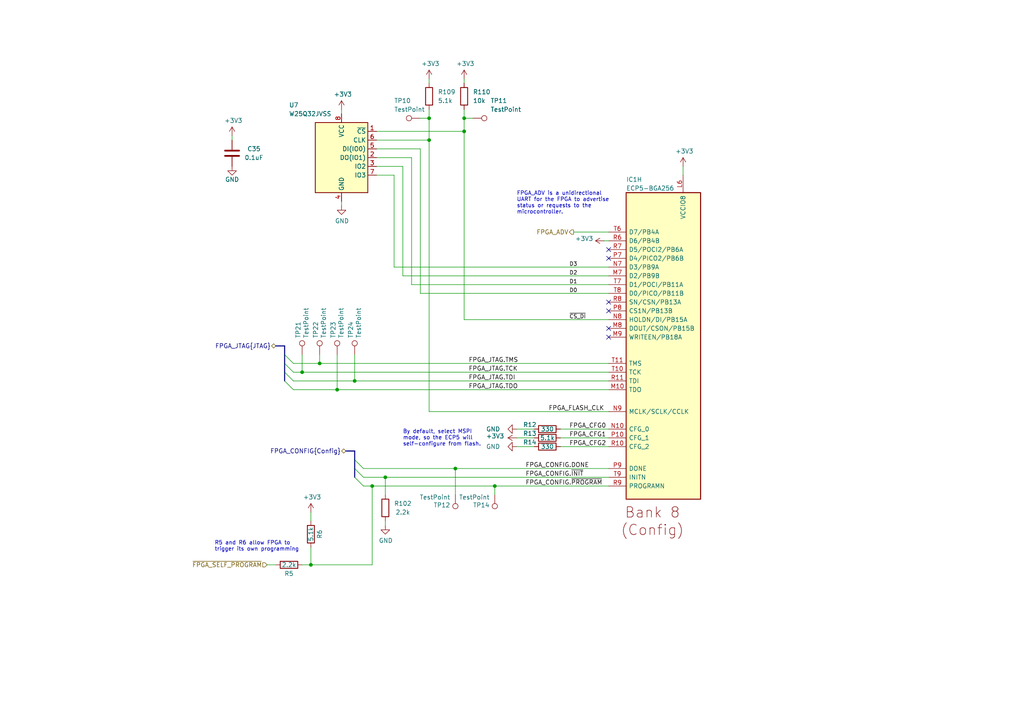
<source format=kicad_sch>
(kicad_sch (version 20230121) (generator eeschema)
  (paper "A4")
  (title_block (title "Cynthion") (date "${DATE}") (rev "${VERSION}") (company "Copyright 2019-2023 Great Scott Gadgets") (comment 1 "Licensed under the CERN-OHL-P v2"))
  (lib_symbols
    (symbol "Connector:TestPoint" (pin_numbers hide) (pin_names (offset 0.762) hide)
      (property "Reference" "TP" (at 0 6.858 0))
      (property "Value" "TestPoint" (at 0 5.08 0))
      (symbol "TestPoint_0_1"
        (circle (center 0 3.302) (radius 0.762))
      )
      (symbol "TestPoint_1_1"
        (pin passive line (at 0 0 90) (length 2.54) (name "1") (number "1"))
      )
    )
    (symbol "Device:C" (pin_numbers hide) (pin_names (offset 0.254))
      (property "Reference" "C" (at 0.635 2.54 0))
      (property "Value" "C" (at 0.635 -2.54 0))
      (symbol "C_0_1"
        (polyline (pts (xy -2.032 -0.762) (xy 2.032 -0.762)) (stroke (width 0.508)))
        (polyline (pts (xy -2.032 0.762) (xy 2.032 0.762)) (stroke (width 0.508)))
      )
      (symbol "C_1_1"
        (pin passive line (at 0 3.81 270) (length 2.794) (name "~") (number "1"))
        (pin passive line (at 0 -3.81 90) (length 2.794) (name "~") (number "2"))
      )
    )
    (symbol "Device:R" (pin_numbers hide) (pin_names (offset 0))
      (property "Reference" "R" (at 2.032 0 90))
      (property "Value" "R" (at 0 0 90))
      (symbol "R_0_1"
        (rectangle (start -1.016 -2.54) (end 1.016 2.54) (stroke (width 0.254)))
      )
      (symbol "R_1_1"
        (pin passive line (at 0 3.81 270) (length 1.27) (name "~") (number "1"))
        (pin passive line (at 0 -3.81 90) (length 1.27) (name "~") (number "2"))
      )
    )
    (symbol "Memory_Flash:W25Q32JVSS"
      (property "Reference" "U" (at -6.35 11.43 0))
      (property "Value" "W25Q32JVSS" (at 7.62 11.43 0))
      (symbol "W25Q32JVSS_0_1"
        (rectangle (start -7.62 10.16) (end 7.62 -10.16) (stroke (width 0.254)) (fill (type background)))
      )
      (symbol "W25Q32JVSS_1_1"
        (pin input line (at -10.16 7.62 0) (length 2.54) (name "~{CS}") (number "1"))
        (pin bidirectional line (at -10.16 0 0) (length 2.54) (name "DO(IO1)") (number "2"))
        (pin bidirectional line (at -10.16 -2.54 0) (length 2.54) (name "IO2") (number "3"))
        (pin power_in line (at 0 -12.7 90) (length 2.54) (name "GND") (number "4"))
        (pin bidirectional line (at -10.16 2.54 0) (length 2.54) (name "DI(IO0)") (number "5"))
        (pin input line (at -10.16 5.08 0) (length 2.54) (name "CLK") (number "6"))
        (pin bidirectional line (at -10.16 -5.08 0) (length 2.54) (name "IO3") (number "7"))
        (pin power_in line (at 0 12.7 270) (length 2.54) (name "VCC") (number "8"))
      )
    )
    (symbol "fpgas_and_processors:ECP5-BGA256" (pin_names (offset 0.762))
      (property "Reference" "IC" (at -2.54 1.27 0))
      (property "Value" "ECP5-BGA256" (at 10.16 1.27 0))
      (symbol "ECP5-BGA256_1_0"
        (rectangle (start 5.08 0) (end 33.02 -71.12) (stroke (width 0.3048)) (fill (type background)))
      )
      (symbol "ECP5-BGA256_1_1"
        (text "FPGA Supplies" (at 19.05 -76.2 0) (effects (font (size 2.9972 2.9972))))
        (pin power_in line (at 38.1 -2.54 180) (length 5.08) (name "GND_1") (number "A1"))
        (pin power_in line (at 38.1 -5.08 180) (length 5.08) (name "GND_2") (number "A16"))
        (pin power_in line (at 38.1 -10.16 180) (length 5.08) (name "GND_4") (number "D15"))
        (pin power_in line (at 38.1 -7.62 180) (length 5.08) (name "GND_3") (number "D2"))
        (pin power_in line (at 38.1 -12.7 180) (length 5.08) (name "GND_5") (number "F8"))
        (pin power_in line (at 38.1 -15.24 180) (length 5.08) (name "GND_6") (number "F9"))
        (pin power_in line (at 38.1 -20.32 180) (length 5.08) (name "GND_8") (number "G10"))
        (pin power_in line (at 0 -66.04 0) (length 5.08) (name "VCCAUX_1") (number "G11"))
        (pin power_in line (at 0 -2.54 0) (length 5.08) (name "VCC_1") (number "G6"))
        (pin power_in line (at 0 -5.08 0) (length 5.08) (name "VCC_2") (number "G7"))
        (pin power_in line (at 38.1 -17.78 180) (length 5.08) (name "GND_7") (number "G8"))
        (pin power_in line (at 0 -7.62 0) (length 5.08) (name "VCC_3") (number "G9"))
        (pin power_in line (at 38.1 -22.86 180) (length 5.08) (name "GND_9") (number "H1"))
        (pin power_in line (at 38.1 -30.48 180) (length 5.08) (name "GND_12") (number "H10"))
        (pin power_in line (at 38.1 -33.02 180) (length 5.08) (name "GND_13") (number "H16"))
        (pin power_in line (at 38.1 -25.4 180) (length 5.08) (name "GND_10") (number "H8"))
        (pin power_in line (at 38.1 -27.94 180) (length 5.08) (name "GND_11") (number "H9"))
        (pin power_in line (at 38.1 -40.64 180) (length 5.08) (name "GND_16") (number "J10"))
        (pin power_in line (at 38.1 -35.56 180) (length 5.08) (name "GND_14") (number "J8"))
        (pin power_in line (at 38.1 -38.1 180) (length 5.08) (name "GND_15") (number "J9"))
        (pin power_in line (at 38.1 -53.34 180) (length 5.08) (name "GND_21") (number "K10"))
        (pin power_in line (at 38.1 -43.18 180) (length 5.08) (name "GND_17") (number "K6"))
        (pin power_in line (at 38.1 -45.72 180) (length 5.08) (name "GND_18") (number "K7"))
        (pin power_in line (at 38.1 -48.26 180) (length 5.08) (name "GND_19") (number "K8"))
        (pin power_in line (at 38.1 -50.8 180) (length 5.08) (name "GND_20") (number "K9"))
        (pin power_in line (at 0 -15.24 0) (length 5.08) (name "VCC_6") (number "L10"))
        (pin power_in line (at 0 -68.58 0) (length 5.08) (name "VCCAUX_2") (number "L7"))
        (pin power_in line (at 0 -10.16 0) (length 5.08) (name "VCC_4") (number "L8"))
        (pin power_in line (at 0 -12.7 0) (length 5.08) (name "VCC_5") (number "L9"))
        (pin power_in line (at 38.1 -58.42 180) (length 5.08) (name "GND_23") (number "N15"))
        (pin power_in line (at 38.1 -55.88 180) (length 5.08) (name "GND_22") (number "N2"))
        (pin power_in line (at 38.1 -60.96 180) (length 5.08) (name "GND_24") (number "T1"))
        (pin power_in line (at 38.1 -66.04 180) (length 5.08) (name "GND_26") (number "T12"))
        (pin power_in line (at 38.1 -68.58 180) (length 5.08) (name "GND_27") (number "T16"))
        (pin power_in line (at 38.1 -63.5 180) (length 5.08) (name "GND_25") (number "T5"))
      )
      (symbol "ECP5-BGA256_2_1"
        (rectangle (start 0 0) (end 19.05 -74.93) (stroke (width 0.3048)) (fill (type background)))
        (text "Bank 0" (at 10.16 -78.74 0) (effects (font (size 2.9972 2.9972))))
        (pin bidirectional line (at 24.13 -11.43 180) (length 5.08) (name "PT4A") (number "A2"))
        (pin bidirectional line (at 24.13 -16.51 180) (length 5.08) (name "PT6A") (number "A3"))
        (pin bidirectional line (at 24.13 -19.05 180) (length 5.08) (name "PT6B") (number "A4"))
        (pin bidirectional line (at 24.13 -43.18 180) (length 5.08) (name "PT18A") (number "A5"))
        (pin bidirectional line (at 24.13 -45.72 180) (length 5.08) (name "PT18B") (number "A6"))
        (pin bidirectional line (at 24.13 -68.58 180) (length 5.08) (name "PT29A") (number "A7"))
        (pin bidirectional line (at 24.13 -71.12 180) (length 5.08) (name "PT29B") (number "A8"))
        (pin bidirectional line (at 24.13 -13.97 180) (length 5.08) (name "PT4B") (number "B3"))
        (pin bidirectional line (at 24.13 -29.21 180) (length 5.08) (name "PT11B") (number "B4"))
        (pin bidirectional line (at 24.13 -39.37 180) (length 5.08) (name "PT15B") (number "B5"))
        (pin bidirectional line (at 24.13 -55.88 180) (length 5.08) (name "PT22B") (number "B6"))
        (pin bidirectional line (at 24.13 -66.04 180) (length 5.08) (name "PT27B") (number "B7"))
        (pin bidirectional line (at 24.13 -26.67 180) (length 5.08) (name "PT11A") (number "C4"))
        (pin bidirectional line (at 24.13 -36.83 180) (length 5.08) (name "PT15A") (number "C5"))
        (pin bidirectional line (at 24.13 -53.34 180) (length 5.08) (name "PT22A") (number "C6"))
        (pin bidirectional line (at 24.13 -63.5 180) (length 5.08) (name "PT27A") (number "C7"))
        (pin bidirectional line (at 24.13 -24.13 180) (length 5.08) (name "PT9B") (number "D4"))
        (pin bidirectional line (at 24.13 -34.29 180) (length 5.08) (name "PT13B") (number "D5"))
        (pin bidirectional line (at 24.13 -50.8 180) (length 5.08) (name "PT20B") (number "D6"))
        (pin bidirectional line (at 24.13 -60.96 180) (length 5.08) (name "PT24B") (number "D7"))
        (pin bidirectional line (at 24.13 -21.59 180) (length 5.08) (name "PT9A") (number "E4"))
        (pin bidirectional line (at 24.13 -31.75 180) (length 5.08) (name "PT13A") (number "E5"))
        (pin bidirectional line (at 24.13 -48.26 180) (length 5.08) (name "PT20A") (number "E6"))
        (pin bidirectional line (at 24.13 -58.42 180) (length 5.08) (name "PT24A") (number "E7"))
        (pin power_in line (at 7.62 5.08 270) (length 5.08) (name "VCCIO0_1") (number "F6"))
        (pin power_in line (at 5.08 5.08 270) (length 5.08) (name "VCCIO0_2") (number "F7"))
      )
      (symbol "ECP5-BGA256_3_0"
        (rectangle (start 0 0) (end 21.59 -93.98) (stroke (width 0.3048)) (fill (type background)))
      )
      (symbol "ECP5-BGA256_3_1"
        (text "Bank 1" (at 8.89 -96.52 0) (effects (font (size 2.9972 2.9972))))
        (pin bidirectional line (at 26.67 -34.29 180) (length 5.08) (name "PT42B") (number "A10"))
        (pin bidirectional line (at 26.67 -57.15 180) (length 5.08) (name "PT53A") (number "A11"))
        (pin bidirectional line (at 26.67 -59.69 180) (length 5.08) (name "PT53B") (number "A12"))
        (pin bidirectional line (at 26.67 -82.55 180) (length 5.08) (name "PT65A") (number "A13"))
        (pin bidirectional line (at 26.67 -85.09 180) (length 5.08) (name "PT65B") (number "A14"))
        (pin bidirectional line (at 26.67 -90.17 180) (length 5.08) (name "PT67B") (number "A15"))
        (pin bidirectional line (at 26.67 -31.75 180) (length 5.08) (name "PT42A") (number "A9"))
        (pin bidirectional line (at 26.67 -36.83 180) (length 5.08) (name "PT44A") (number "B10"))
        (pin bidirectional line (at 26.67 -46.99 180) (length 5.08) (name "PT49A") (number "B11"))
        (pin bidirectional line (at 26.67 -62.23 180) (length 5.08) (name "PT56A") (number "B12"))
        (pin bidirectional line (at 26.67 -72.39 180) (length 5.08) (name "PT60A") (number "B13"))
        (pin bidirectional line (at 26.67 -87.63 180) (length 5.08) (name "PT67A") (number "B14"))
        (pin bidirectional line (at 26.67 -19.05 180) (length 5.08) (name "PT35B") (number "B8"))
        (pin bidirectional line (at 26.67 -21.59 180) (length 5.08) (name "PT38A") (number "B9"))
        (pin bidirectional line (at 26.67 -39.37 180) (length 5.08) (name "PT44B") (number "C10"))
        (pin bidirectional line (at 26.67 -49.53 180) (length 5.08) (name "PT49B") (number "C11"))
        (pin bidirectional line (at 26.67 -64.77 180) (length 5.08) (name "PT56B") (number "C12"))
        (pin bidirectional line (at 26.67 -74.93 180) (length 5.08) (name "PT60B") (number "C13"))
        (pin bidirectional line (at 26.67 -16.51 180) (length 5.08) (name "PT35A") (number "C8"))
        (pin bidirectional line (at 26.67 -24.13 180) (length 5.08) (name "PT38B") (number "C9"))
        (pin bidirectional line (at 26.67 -41.91 180) (length 5.08) (name "PT47A") (number "D10"))
        (pin bidirectional line (at 26.67 -52.07 180) (length 5.08) (name "PT51A") (number "D11"))
        (pin bidirectional line (at 26.67 -67.31 180) (length 5.08) (name "PT58A") (number "D12"))
        (pin bidirectional line (at 26.67 -77.47 180) (length 5.08) (name "PT62A") (number "D13"))
        (pin bidirectional line (at 26.67 -13.97 180) (length 5.08) (name "PT33B") (number "D8"))
        (pin bidirectional line (at 26.67 -26.67 180) (length 5.08) (name "PT40A") (number "D9"))
        (pin bidirectional line (at 26.67 -44.45 180) (length 5.08) (name "PT47B") (number "E10"))
        (pin bidirectional line (at 26.67 -54.61 180) (length 5.08) (name "PT51B") (number "E11"))
        (pin bidirectional line (at 26.67 -69.85 180) (length 5.08) (name "PT58B") (number "E12"))
        (pin bidirectional line (at 26.67 -80.01 180) (length 5.08) (name "PT62B") (number "E13"))
        (pin bidirectional line (at 26.67 -11.43 180) (length 5.08) (name "PT33A") (number "E8"))
        (pin bidirectional line (at 26.67 -29.21 180) (length 5.08) (name "PT40B") (number "E9"))
        (pin power_in line (at 6.35 5.08 270) (length 5.08) (name "VCCIO1_1") (number "F10"))
        (pin power_in line (at 3.81 5.08 270) (length 5.08) (name "VCCIO1_2") (number "F11"))
      )
      (symbol "ECP5-BGA256_4_1"
        (rectangle (start 0 0) (end 19.05 -93.98) (stroke (width 0.3048)) (fill (type background)))
        (text "Bank 2" (at 10.16 -97.79 0) (effects (font (size 2.9972 2.9972))))
        (pin bidirectional line (at 24.13 -13.97 180) (length 5.08) (name "PR2B") (number "B15"))
        (pin bidirectional line (at 24.13 -11.43 180) (length 5.08) (name "PR2A") (number "B16"))
        (pin bidirectional line (at 24.13 -16.51 180) (length 5.08) (name "PR2C") (number "C14"))
        (pin bidirectional line (at 24.13 -24.13 180) (length 5.08) (name "PR5B") (number "C15"))
        (pin bidirectional line (at 24.13 -21.59 180) (length 5.08) (name "PR5A") (number "C16"))
        (pin bidirectional line (at 24.13 -19.05 180) (length 5.08) (name "PR2D") (number "D14"))
        (pin bidirectional line (at 24.13 -31.75 180) (length 5.08) (name "PR8A") (number "D16"))
        (pin bidirectional line (at 24.13 -26.67 180) (length 5.08) (name "PR5C") (number "E14"))
        (pin bidirectional line (at 24.13 -34.29 180) (length 5.08) (name "PR8B") (number "E15"))
        (pin bidirectional line (at 24.13 -49.53 180) (length 5.08) (name "PR11D") (number "E16"))
        (pin bidirectional line (at 24.13 -39.37 180) (length 5.08) (name "PR8D") (number "F12"))
        (pin bidirectional line (at 24.13 -36.83 180) (length 5.08) (name "PR8C") (number "F13"))
        (pin bidirectional line (at 24.13 -29.21 180) (length 5.08) (name "PR5D") (number "F14"))
        (pin bidirectional line (at 24.13 -46.99 180) (length 5.08) (name "PR11C") (number "F15"))
        (pin bidirectional line (at 24.13 -52.07 180) (length 5.08) (name "PR14A") (number "F16"))
        (pin bidirectional line (at 24.13 -41.91 180) (length 5.08) (name "PR11A") (number "G12"))
        (pin bidirectional line (at 24.13 -44.45 180) (length 5.08) (name "PR11B") (number "G13"))
        (pin bidirectional line (at 24.13 -57.15 180) (length 5.08) (name "PR14C") (number "G14"))
        (pin bidirectional line (at 24.13 -54.61 180) (length 5.08) (name "PR14B") (number "G15"))
        (pin bidirectional line (at 24.13 -72.39 180) (length 5.08) (name "PR20A") (number "G16"))
        (pin power_in line (at 3.81 5.08 270) (length 5.08) (name "VCCIO2_1") (number "H11"))
        (pin bidirectional line (at 24.13 -62.23 180) (length 5.08) (name "PR17A") (number "H12"))
        (pin bidirectional line (at 24.13 -64.77 180) (length 5.08) (name "PR17B") (number "H13"))
        (pin bidirectional line (at 24.13 -59.69 180) (length 5.08) (name "PR14D") (number "H14"))
        (pin bidirectional line (at 24.13 -74.93 180) (length 5.08) (name "PR20B") (number "H15"))
        (pin power_in line (at 6.35 5.08 270) (length 5.08) (name "VCCIO2_2") (number "J11"))
        (pin bidirectional line (at 24.13 -69.85 180) (length 5.08) (name "PR17D") (number "J12"))
        (pin bidirectional line (at 24.13 -67.31 180) (length 5.08) (name "PR17C") (number "J13"))
        (pin bidirectional line (at 24.13 -77.47 180) (length 5.08) (name "PR20C") (number "J14"))
        (pin bidirectional line (at 24.13 -85.09 180) (length 5.08) (name "PR23B") (number "J15"))
        (pin bidirectional line (at 24.13 -82.55 180) (length 5.08) (name "PR23A") (number "J16"))
        (pin bidirectional line (at 24.13 -80.01 180) (length 5.08) (name "PR20D") (number "K14"))
        (pin bidirectional line (at 24.13 -90.17 180) (length 5.08) (name "PR23D") (number "K15"))
        (pin bidirectional line (at 24.13 -87.63 180) (length 5.08) (name "PR23C") (number "K16"))
      )
      (symbol "ECP5-BGA256_5_0"
        (rectangle (start 0 0) (end 20.32 -91.44) (stroke (width 0.3048)) (fill (type background)))
      )
      (symbol "ECP5-BGA256_5_1"
        (text "Bank 3" (at 15.24 -96.52 0) (effects (font (size 2.9972 2.9972))))
        (pin power_in line (at 3.81 5.08 270) (length 5.08) (name "VCCIO3_1") (number "K11"))
        (pin bidirectional line (at 25.4 -22.86 180) (length 5.08) (name "PR29B") (number "K12"))
        (pin bidirectional line (at 25.4 -20.32 180) (length 5.08) (name "PR29A") (number "K13"))
        (pin power_in line (at 6.35 5.08 270) (length 5.08) (name "VCCIO3_2") (number "L11"))
        (pin bidirectional line (at 25.4 -27.94 180) (length 5.08) (name "PR29D") (number "L12"))
        (pin bidirectional line (at 25.4 -25.4 180) (length 5.08) (name "PR29C") (number "L13"))
        (pin bidirectional line (at 25.4 -35.56 180) (length 5.08) (name "PR32C") (number "L14"))
        (pin bidirectional line (at 25.4 -12.7 180) (length 5.08) (name "PR26B") (number "L15"))
        (pin bidirectional line (at 25.4 -10.16 180) (length 5.08) (name "PR26A") (number "L16"))
        (pin bidirectional line (at 25.4 -81.28 180) (length 5.08) (name "PR47A") (number "M11"))
        (pin bidirectional line (at 25.4 -76.2 180) (length 5.08) (name "PR44C") (number "M12"))
        (pin bidirectional line (at 25.4 -45.72 180) (length 5.08) (name "PR35C") (number "M13"))
        (pin bidirectional line (at 25.4 -38.1 180) (length 5.08) (name "PR32D") (number "M14"))
        (pin bidirectional line (at 25.4 -17.78 180) (length 5.08) (name "PR26D") (number "M15"))
        (pin bidirectional line (at 25.4 -15.24 180) (length 5.08) (name "PR26C") (number "M16"))
        (pin bidirectional line (at 25.4 -83.82 180) (length 5.08) (name "PR47B") (number "N11"))
        (pin bidirectional line (at 25.4 -78.74 180) (length 5.08) (name "PR44D") (number "N12"))
        (pin bidirectional line (at 25.4 -50.8 180) (length 5.08) (name "PR38A") (number "N13"))
        (pin bidirectional line (at 25.4 -48.26 180) (length 5.08) (name "PR35D") (number "N14"))
        (pin bidirectional line (at 25.4 -30.48 180) (length 5.08) (name "PR32A") (number "N16"))
        (pin bidirectional line (at 25.4 -86.36 180) (length 5.08) (name "PR47C") (number "P11"))
        (pin bidirectional line (at 25.4 -88.9 180) (length 5.08) (name "PR47D") (number "P12"))
        (pin bidirectional line (at 25.4 -60.96 180) (length 5.08) (name "PR41A") (number "P13"))
        (pin bidirectional line (at 25.4 -53.34 180) (length 5.08) (name "PR38B") (number "P14"))
        (pin bidirectional line (at 25.4 -33.02 180) (length 5.08) (name "PR32B") (number "P15"))
        (pin bidirectional line (at 25.4 -40.64 180) (length 5.08) (name "PR35A") (number "P16"))
        (pin bidirectional line (at 25.4 -71.12 180) (length 5.08) (name "PR44A") (number "R12"))
        (pin bidirectional line (at 25.4 -66.04 180) (length 5.08) (name "PR41C") (number "R13"))
        (pin bidirectional line (at 25.4 -63.5 180) (length 5.08) (name "PR41B") (number "R14"))
        (pin bidirectional line (at 25.4 -55.88 180) (length 5.08) (name "PR38C") (number "R15"))
        (pin bidirectional line (at 25.4 -43.18 180) (length 5.08) (name "PR35B") (number "R16"))
        (pin bidirectional line (at 25.4 -73.66 180) (length 5.08) (name "PR44B") (number "T13"))
        (pin bidirectional line (at 25.4 -68.58 180) (length 5.08) (name "PR41D") (number "T14"))
        (pin bidirectional line (at 25.4 -58.42 180) (length 5.08) (name "PR38D") (number "T15"))
      )
      (symbol "ECP5-BGA256_6_1"
        (rectangle (start 0 0) (end 19.05 -106.68) (stroke (width 0.3048)) (fill (type background)))
        (text "Bank 6" (at 11.43 -110.49 0) (effects (font (size 2.9972 2.9972))))
        (pin power_in line (at 3.81 5.08 270) (length 5.08) (name "VCCIO6_1") (number "J6"))
        (pin power_in line (at 6.35 5.08 270) (length 5.08) (name "VCCIO6_2") (number "J7"))
        (pin bidirectional line (at 24.13 -25.4 180) (length 5.08) (name "PL29A") (number "K4"))
        (pin bidirectional line (at 24.13 -27.94 180) (length 5.08) (name "PL29B") (number "K5"))
        (pin bidirectional line (at 24.13 -13.97 180) (length 5.08) (name "PL26A") (number "L1"))
        (pin bidirectional line (at 24.13 -16.51 180) (length 5.08) (name "PL26B") (number "L2"))
        (pin bidirectional line (at 24.13 -41.91 180) (length 5.08) (name "PL32C") (number "L3"))
        (pin bidirectional line (at 24.13 -30.48 180) (length 5.08) (name "PL29C") (number "L4"))
        (pin bidirectional line (at 24.13 -33.02 180) (length 5.08) (name "PL29D") (number "L5"))
        (pin bidirectional line (at 24.13 -19.05 180) (length 5.08) (name "PL26C") (number "M1"))
        (pin bidirectional line (at 24.13 -21.59 180) (length 5.08) (name "PL26D") (number "M2"))
        (pin bidirectional line (at 24.13 -44.45 180) (length 5.08) (name "PL32D") (number "M3"))
        (pin bidirectional line (at 24.13 -53.34 180) (length 5.08) (name "PL35C") (number "M4"))
        (pin bidirectional line (at 24.13 -78.74 180) (length 5.08) (name "PL44C") (number "M5"))
        (pin bidirectional line (at 24.13 -96.52 180) (length 5.08) (name "PL47A") (number "M6"))
        (pin bidirectional line (at 24.13 -36.83 180) (length 5.08) (name "PL32A") (number "N1"))
        (pin bidirectional line (at 24.13 -55.88 180) (length 5.08) (name "PL35D") (number "N3"))
        (pin bidirectional line (at 24.13 -60.96 180) (length 5.08) (name "PL38A") (number "N4"))
        (pin bidirectional line (at 24.13 -81.28 180) (length 5.08) (name "PL44D") (number "N5"))
        (pin bidirectional line (at 24.13 -99.06 180) (length 5.08) (name "PL47B") (number "N6"))
        (pin bidirectional line (at 24.13 -48.26 180) (length 5.08) (name "PL35A") (number "P1"))
        (pin bidirectional line (at 24.13 -39.37 180) (length 5.08) (name "PL32B") (number "P2"))
        (pin bidirectional line (at 24.13 -63.5 180) (length 5.08) (name "PL38B") (number "P3"))
        (pin bidirectional line (at 24.13 -85.09 180) (length 5.08) (name "PL41A") (number "P4"))
        (pin bidirectional line (at 24.13 -101.6 180) (length 5.08) (name "PL47D") (number "P5"))
        (pin bidirectional line (at 24.13 -104.14 180) (length 5.08) (name "PL47C") (number "P6"))
        (pin bidirectional line (at 24.13 -50.8 180) (length 5.08) (name "PL35B") (number "R1"))
        (pin bidirectional line (at 24.13 -66.04 180) (length 5.08) (name "PL38C") (number "R2"))
        (pin bidirectional line (at 24.13 -87.63 180) (length 5.08) (name "PL41B") (number "R3"))
        (pin bidirectional line (at 24.13 -90.17 180) (length 5.08) (name "PL41C") (number "R4"))
        (pin bidirectional line (at 24.13 -73.66 180) (length 5.08) (name "PL44A") (number "R5"))
        (pin bidirectional line (at 24.13 -68.58 180) (length 5.08) (name "PL38D") (number "T2"))
        (pin bidirectional line (at 24.13 -92.71 180) (length 5.08) (name "PL41D") (number "T3"))
        (pin bidirectional line (at 24.13 -76.2 180) (length 5.08) (name "PL44B") (number "T4"))
      )
      (symbol "ECP5-BGA256_7_1"
        (rectangle (start 0 0) (end 20.32 -109.22) (stroke (width 0.3048)) (fill (type background)))
        (text "Bank 7" (at 12.7 -113.03 0) (effects (font (size 2.9972 2.9972))))
        (pin bidirectional line (at 25.4 -10.16 180) (length 5.08) (name "PL2A") (number "B1"))
        (pin bidirectional line (at 25.4 -12.7 180) (length 5.08) (name "PL2B") (number "B2"))
        (pin bidirectional line (at 25.4 -22.86 180) (length 5.08) (name "PL5A") (number "C1"))
        (pin bidirectional line (at 25.4 -25.4 180) (length 5.08) (name "PL5B") (number "C2"))
        (pin bidirectional line (at 25.4 -15.24 180) (length 5.08) (name "PL2C") (number "C3"))
        (pin bidirectional line (at 25.4 -35.56 180) (length 5.08) (name "PL8A") (number "D1"))
        (pin bidirectional line (at 25.4 -17.78 180) (length 5.08) (name "PL2D") (number "D3"))
        (pin bidirectional line (at 25.4 -54.61 180) (length 5.08) (name "PL11D") (number "E1"))
        (pin bidirectional line (at 25.4 -38.1 180) (length 5.08) (name "PL8B") (number "E2"))
        (pin bidirectional line (at 25.4 -27.94 180) (length 5.08) (name "PL5C") (number "E3"))
        (pin bidirectional line (at 25.4 -59.69 180) (length 5.08) (name "PL14A") (number "F1"))
        (pin bidirectional line (at 25.4 -52.07 180) (length 5.08) (name "PL11C") (number "F2"))
        (pin bidirectional line (at 25.4 -30.48 180) (length 5.08) (name "PL5D") (number "F3"))
        (pin bidirectional line (at 25.4 -40.64 180) (length 5.08) (name "PL8C") (number "F4"))
        (pin bidirectional line (at 25.4 -43.18 180) (length 5.08) (name "PL8D") (number "F5"))
        (pin bidirectional line (at 25.4 -82.55 180) (length 5.08) (name "PL20A") (number "G1"))
        (pin bidirectional line (at 25.4 -62.23 180) (length 5.08) (name "PL14B") (number "G2"))
        (pin bidirectional line (at 25.4 -64.77 180) (length 5.08) (name "PL14C") (number "G3"))
        (pin bidirectional line (at 25.4 -49.53 180) (length 5.08) (name "PL11B") (number "G4"))
        (pin bidirectional line (at 25.4 -46.99 180) (length 5.08) (name "PL11A") (number "G5"))
        (pin bidirectional line (at 25.4 -85.09 180) (length 5.08) (name "PL20B") (number "H2"))
        (pin bidirectional line (at 25.4 -67.31 180) (length 5.08) (name "PL14D") (number "H3"))
        (pin bidirectional line (at 25.4 -73.66 180) (length 5.08) (name "PL17B") (number "H4"))
        (pin bidirectional line (at 25.4 -71.12 180) (length 5.08) (name "PL17A") (number "H5"))
        (pin power_in line (at 7.62 5.08 270) (length 5.08) (name "VCCIO7_1") (number "H6"))
        (pin power_in line (at 5.08 5.08 270) (length 5.08) (name "VCCIO7_2") (number "H7"))
        (pin bidirectional line (at 25.4 -95.25 180) (length 5.08) (name "PL23A") (number "J1"))
        (pin bidirectional line (at 25.4 -97.79 180) (length 5.08) (name "PL23B") (number "J2"))
        (pin bidirectional line (at 25.4 -87.63 180) (length 5.08) (name "PL20C") (number "J3"))
        (pin bidirectional line (at 25.4 -76.2 180) (length 5.08) (name "PL17C") (number "J4"))
        (pin bidirectional line (at 25.4 -78.74 180) (length 5.08) (name "PL17D") (number "J5"))
        (pin bidirectional line (at 25.4 -100.33 180) (length 5.08) (name "PL23C") (number "K1"))
        (pin bidirectional line (at 25.4 -102.87 180) (length 5.08) (name "PL23D") (number "K2"))
        (pin bidirectional line (at 25.4 -90.17 180) (length 5.08) (name "PL20D") (number "K3"))
      )
      (symbol "ECP5-BGA256_8_0"
        (text "(Config)" (at 13.97 -97.79 0) (effects (font (size 2.9972 2.9972))))
        (text "Bank 8" (at 13.97 -92.71 0) (effects (font (size 2.9972 2.9972))))
      )
      (symbol "ECP5-BGA256_8_1"
        (rectangle (start 0 0) (end 21.59 -88.9) (stroke (width 0.3048)) (fill (type background)))
        (pin power_in line (at 5.08 5.08 270) (length 5.08) (name "VCCIO8") (number "L6"))
        (pin output line (at 26.67 -57.15 180) (length 5.08) (name "TDO") (number "M10"))
        (pin bidirectional line (at 26.67 -24.13 180) (length 5.08) (name "D2/PB9B") (number "M7"))
        (pin bidirectional line (at 26.67 -39.37 180) (length 5.08) (name "DOUT/CSON/PB15B") (number "M8"))
        (pin bidirectional line (at 26.67 -41.91 180) (length 5.08) (name "WRITEEN/PB18A") (number "M9"))
        (pin input line (at 26.67 -68.58 180) (length 5.08) (name "CFG_0") (number "N10"))
        (pin bidirectional line (at 26.67 -21.59 180) (length 5.08) (name "D3/PB9A") (number "N7"))
        (pin bidirectional line (at 26.67 -36.83 180) (length 5.08) (name "HOLDN/DI/PB15A") (number "N8"))
        (pin bidirectional line (at 26.67 -63.5 180) (length 5.08) (name "MCLK/SCLK/CCLK") (number "N9"))
        (pin input line (at 26.67 -71.12 180) (length 5.08) (name "CFG_1") (number "P10"))
        (pin bidirectional line (at 26.67 -19.05 180) (length 5.08) (name "D4/PICO2/PB6B") (number "P7"))
        (pin bidirectional line (at 26.67 -34.29 180) (length 5.08) (name "CS1N/PB13B") (number "P8"))
        (pin bidirectional line (at 26.67 -80.01 180) (length 5.08) (name "DONE") (number "P9"))
        (pin input line (at 26.67 -73.66 180) (length 5.08) (name "CFG_2") (number "R10"))
        (pin input line (at 26.67 -54.61 180) (length 5.08) (name "TDI") (number "R11"))
        (pin bidirectional line (at 26.67 -13.97 180) (length 5.08) (name "D6/PB4B") (number "R6"))
        (pin bidirectional line (at 26.67 -16.51 180) (length 5.08) (name "D5/POCI2/PB6A") (number "R7"))
        (pin bidirectional line (at 26.67 -31.75 180) (length 5.08) (name "SN/CSN/PB13A") (number "R8"))
        (pin bidirectional line (at 26.67 -85.09 180) (length 5.08) (name "PROGRAMN") (number "R9"))
        (pin input line (at 26.67 -52.07 180) (length 5.08) (name "TCK") (number "T10"))
        (pin input line (at 26.67 -49.53 180) (length 5.08) (name "TMS") (number "T11"))
        (pin bidirectional line (at 26.67 -11.43 180) (length 5.08) (name "D7/PB4A") (number "T6"))
        (pin bidirectional line (at 26.67 -26.67 180) (length 5.08) (name "D1/POCI/PB11A") (number "T7"))
        (pin bidirectional line (at 26.67 -29.21 180) (length 5.08) (name "D0/PICO/PB11B") (number "T8"))
        (pin bidirectional line (at 26.67 -82.55 180) (length 5.08) (name "INITN") (number "T9"))
      )
    )
    (symbol "power:+3V3" (power) (pin_names (offset 0))
      (property "Value" "+3V3" (at 0 3.556 0))
      (symbol "+3V3_0_1"
        (polyline (pts (xy -0.762 1.27) (xy 0 2.54)))
        (polyline (pts (xy 0 0) (xy 0 2.54)))
        (polyline (pts (xy 0 2.54) (xy 0.762 1.27)))
      )
      (symbol "+3V3_1_1"
        (pin power_in line (at 0 0 90) (length 0) hide (name "+3V3") (number "1"))
      )
    )
    (symbol "power:GND" (power) (pin_names (offset 0))
      (property "Value" "GND" (at 0 -3.81 0))
      (symbol "GND_0_1"
        (polyline (pts (xy 0 0) (xy 0 -1.27) (xy 1.27 -1.27) (xy 0 -2.54) (xy -1.27 -1.27) (xy 0 -1.27)))
      )
      (symbol "GND_1_1"
        (pin power_in line (at 0 0 270) (length 0) hide (name "GND") (number "1"))
      )
    )
  )
  (bus_alias "Config" (members "DONE" "~{INIT}" "~{PROGRAM}"))
  (junction (at 111.76 138.43))
  (junction (at 102.87 110.49))
  (junction (at 92.71 105.41))
  (junction (at 97.79 113.03))
  (junction (at 143.51 140.97))
  (junction (at 107.95 140.97))
  (junction (at 132.08 135.89))
  (junction (at 124.46 34.29))
  (junction (at 90.17 163.83))
  (junction (at 124.46 40.64))
  (junction (at 134.62 34.29))
  (junction (at 87.63 107.95))
  (junction (at 134.62 38.1))
  (no_connect (at 176.53 90.17))
  (no_connect (at 176.53 87.63))
  (no_connect (at 176.53 74.93))
  (no_connect (at 176.53 95.25))
  (no_connect (at 176.53 97.79))
  (no_connect (at 176.53 72.39))
  (bus_entry (at 82.55 105.41) (size 2.54 2.54))
  (bus_entry (at 102.87 135.89) (size 2.54 2.54))
  (bus_entry (at 82.55 110.49) (size 2.54 2.54))
  (bus_entry (at 102.87 138.43) (size 2.54 2.54))
  (bus_entry (at 82.55 102.87) (size 2.54 2.54))
  (bus_entry (at 82.55 107.95) (size 2.54 2.54))
  (bus_entry (at 102.87 133.35) (size 2.54 2.54))
  (wire (pts (xy 143.51 140.97) (xy 176.53 140.97)))
  (wire (pts (xy 134.62 22.86) (xy 134.62 24.13)))
  (wire (pts (xy 134.62 31.75) (xy 134.62 34.29)))
  (wire (pts (xy 162.56 124.46) (xy 176.53 124.46)))
  (wire (pts (xy 92.71 102.87) (xy 92.71 105.41)))
  (wire (pts (xy 87.63 107.95) (xy 176.53 107.95)))
  (wire (pts (xy 114.3 77.47) (xy 114.3 50.8)))
  (wire (pts (xy 121.92 85.09) (xy 176.53 85.09)))
  (bus (pts (xy 80.01 100.33) (xy 82.55 100.33)))
  (wire (pts (xy 149.86 127) (xy 154.94 127)))
  (wire (pts (xy 198.12 50.8) (xy 198.12 48.26)))
  (wire (pts (xy 143.51 140.97) (xy 107.95 140.97)))
  (wire (pts (xy 111.76 138.43) (xy 105.41 138.43)))
  (wire (pts (xy 67.31 40.64) (xy 67.31 39.37)))
  (wire (pts (xy 124.46 40.64) (xy 124.46 119.38)))
  (wire (pts (xy 109.22 38.1) (xy 134.62 38.1)))
  (wire (pts (xy 109.22 48.26) (xy 116.84 48.26)))
  (wire (pts (xy 109.22 43.18) (xy 121.92 43.18)))
  (wire (pts (xy 132.08 135.89) (xy 176.53 135.89)))
  (wire (pts (xy 149.86 129.54) (xy 154.94 129.54)))
  (wire (pts (xy 176.53 138.43) (xy 111.76 138.43)))
  (wire (pts (xy 176.53 119.38) (xy 124.46 119.38)))
  (wire (pts (xy 107.95 140.97) (xy 105.41 140.97)))
  (wire (pts (xy 102.87 102.87) (xy 102.87 110.49)))
  (wire (pts (xy 90.17 148.59) (xy 90.17 151.13)))
  (wire (pts (xy 87.63 163.83) (xy 90.17 163.83)))
  (wire (pts (xy 134.62 34.29) (xy 137.16 34.29)))
  (wire (pts (xy 134.62 34.29) (xy 134.62 38.1)))
  (wire (pts (xy 99.06 58.42) (xy 99.06 59.69)))
  (wire (pts (xy 132.08 135.89) (xy 105.41 135.89)))
  (wire (pts (xy 134.62 92.71) (xy 176.53 92.71)))
  (bus (pts (xy 100.33 130.81) (xy 102.87 130.81)))
  (wire (pts (xy 77.47 163.83) (xy 80.01 163.83)))
  (wire (pts (xy 85.09 110.49) (xy 102.87 110.49)))
  (wire (pts (xy 111.76 151.13) (xy 111.76 152.4)))
  (wire (pts (xy 90.17 163.83) (xy 90.17 158.75)))
  (bus (pts (xy 102.87 135.89) (xy 102.87 138.43)))
  (wire (pts (xy 149.86 124.46) (xy 154.94 124.46)))
  (wire (pts (xy 175.26 69.85) (xy 176.53 69.85)))
  (bus (pts (xy 102.87 133.35) (xy 102.87 135.89)))
  (wire (pts (xy 116.84 80.01) (xy 176.53 80.01)))
  (wire (pts (xy 162.56 127) (xy 176.53 127)))
  (wire (pts (xy 90.17 163.83) (xy 107.95 163.83)))
  (wire (pts (xy 124.46 34.29) (xy 124.46 40.64)))
  (wire (pts (xy 99.06 31.75) (xy 99.06 33.02)))
  (wire (pts (xy 134.62 38.1) (xy 134.62 92.71)))
  (wire (pts (xy 176.53 77.47) (xy 114.3 77.47)))
  (bus (pts (xy 82.55 105.41) (xy 82.55 107.95)))
  (wire (pts (xy 121.92 43.18) (xy 121.92 85.09)))
  (wire (pts (xy 119.38 45.72) (xy 109.22 45.72)))
  (wire (pts (xy 162.56 129.54) (xy 176.53 129.54)))
  (wire (pts (xy 124.46 31.75) (xy 124.46 34.29)))
  (bus (pts (xy 82.55 100.33) (xy 82.55 102.87)))
  (wire (pts (xy 102.87 110.49) (xy 176.53 110.49)))
  (bus (pts (xy 102.87 130.81) (xy 102.87 133.35)))
  (wire (pts (xy 119.38 82.55) (xy 176.53 82.55)))
  (wire (pts (xy 143.51 140.97) (xy 143.51 143.51)))
  (bus (pts (xy 82.55 107.95) (xy 82.55 110.49)))
  (wire (pts (xy 85.09 105.41) (xy 92.71 105.41)))
  (wire (pts (xy 176.53 67.31) (xy 166.37 67.31)))
  (wire (pts (xy 109.22 40.64) (xy 124.46 40.64)))
  (wire (pts (xy 107.95 163.83) (xy 107.95 140.97)))
  (wire (pts (xy 119.38 82.55) (xy 119.38 45.72)))
  (wire (pts (xy 97.79 102.87) (xy 97.79 113.03)))
  (wire (pts (xy 92.71 105.41) (xy 176.53 105.41)))
  (wire (pts (xy 87.63 102.87) (xy 87.63 107.95)))
  (wire (pts (xy 124.46 22.86) (xy 124.46 24.13)))
  (wire (pts (xy 97.79 113.03) (xy 176.53 113.03)))
  (bus (pts (xy 82.55 102.87) (xy 82.55 105.41)))
  (wire (pts (xy 116.84 48.26) (xy 116.84 80.01)))
  (wire (pts (xy 132.08 135.89) (xy 132.08 143.51)))
  (wire (pts (xy 114.3 50.8) (xy 109.22 50.8)))
  (wire (pts (xy 85.09 107.95) (xy 87.63 107.95)))
  (wire (pts (xy 85.09 113.03) (xy 97.79 113.03)))
  (wire (pts (xy 111.76 138.43) (xy 111.76 143.51)))
  (wire (pts (xy 121.92 34.29) (xy 124.46 34.29)))
  (text "By default, select MSPI \nmode, so the ECP5 will \nself-configure from flash." (at 116.84 129.54 0) (effects (font (size 1.1176 1.1176)) (justify left bottom)))
  (text "FPGA_ADV is a unidirectional\nUART for the FPGA to advertise\nstatus or requests to the\nmicrocontroller." (at 149.86 62.23 0) (effects (font (size 1.1176 1.1176)) (justify left bottom)))
  (text "R5 and R6 allow FPGA to\ntrigger its own programming" (at 62.23 160.02 0) (effects (font (size 1.1176 1.1176)) (justify left bottom)))
  (label "FPGA_JTAG.TMS" (at 135.89 105.41 0))
  (label "D1" (at 165.1 82.55 0) (effects (font (size 1.1176 1.1176))))
  (label "FPGA_CONFIG.~{INIT}" (at 152.4 138.43 0))
  (label "D0" (at 165.1 85.09 0) (effects (font (size 1.1176 1.1176))))
  (label "D3" (at 165.1 77.47 0) (effects (font (size 1.1176 1.1176))))
  (label "D2" (at 165.1 80.01 0) (effects (font (size 1.1176 1.1176))))
  (label "FPGA_CONFIG.DONE" (at 152.4 135.89 0))
  (label "FPGA_JTAG.TDO" (at 135.89 113.03 0))
  (label "FPGA_CONFIG.~{PROGRAM}" (at 152.4 140.97 0))
  (label "FPGA_CFG1" (at 165.1 127 0))
  (label "FPGA_JTAG.TDI" (at 135.89 110.49 0))
  (label "FPGA_FLASH_CLK" (at 175.26 119.38 180))
  (label "FPGA_JTAG.TCK" (at 135.89 107.95 0))
  (label "FPGA_CFG0" (at 165.1 124.46 0))
  (label "~{CS_DI}" (at 165.1 92.71 0) (effects (font (size 1.1176 1.1176))))
  (label "FPGA_CFG2" (at 165.1 129.54 0))
  (hierarchical_label "~{FPGA_SELF_PROGRAM}" (shape input) (at 77.47 163.83 180))
  (hierarchical_label "FPGA_JTAG{JTAG}" (shape bidirectional) (at 80.01 100.33 180))
  (hierarchical_label "FPGA_ADV" (shape output) (at 166.37 67.31 180))
  (hierarchical_label "FPGA_CONFIG{Config}" (shape bidirectional) (at 100.33 130.81 180))
  (symbol (lib_id "fpgas_and_processors:ECP5-BGA256") (at 203.2 55.88 0) (mirror y) (unit 8)
    (property "Reference" "IC1" (at 181.61 52.07 0) (effects (justify right)))
    (property "Value" "ECP5-BGA256" (at 181.61 54.61 0) (effects (justify right)))
    (property "Footprint" "cynthion:lattice_cabga256" (effects hide))
    (property "Description" "FPGA - Field Programmable Gate Array ECP5; 12k LUTs; 1.1V" (effects hide))
    (property "Manufacturer" "Lattice" (effects hide))
    (property "Part Number" "LFE5U-12F-6BG256C" (effects hide))
    (property "Substitution" "LFE5U-12F-*BG256*, LFE5U-25F-*BG256*" (effects hide))
  )
  (symbol (lib_id "power:+3V3") (at 198.12 48.26 0) (unit 1)
    (property "Reference" "#PWR056" (effects hide))
    (property "Value" "+3V3" (at 198.501 43.8658 0))
  )
  (symbol (lib_id "Memory_Flash:W25Q32JVSS") (at 99.06 45.72 0) (mirror y) (unit 1)
    (property "Reference" "U7" (at 83.82 30.48 0) (effects (justify right)))
    (property "Value" "W25Q32JVSS" (at 83.82 33.02 0) (effects (justify right)))
    (property "Footprint" "Package_SO:SOIC-8_5.23x5.23mm_P1.27mm" (effects hide))
    (property "Datasheet" "http://www.winbond.com/resource-files/w25q32jv%20revg%2003272018%20plus.pdf" (effects hide))
    (property "Description" "IC FLASH 32M SPI 133MHZ 8SOIC" (effects hide))
    (property "Manufacturer" "Winbond" (effects hide))
    (property "Part Number" "W25Q32JVSSIQ" (effects hide))
  )
  (symbol (lib_id "power:+3V3") (at 99.06 31.75 0) (unit 1)
    (property "Reference" "#PWR051" (effects hide))
    (property "Value" "+3V3" (at 99.441 27.3558 0))
  )
  (symbol (lib_id "power:GND") (at 99.06 59.69 0) (unit 1)
    (property "Reference" "#PWR052" (effects hide))
    (property "Value" "GND" (at 99.187 64.0842 0))
  )
  (symbol (lib_id "Device:C") (at 67.31 44.45 0) (unit 1)
    (property "Reference" "C35" (at 73.66 43.18 0))
    (property "Value" "0.1uF" (at 73.66 45.72 0))
    (property "Footprint" "Capacitor_SMD:C_0402_1005Metric" (effects hide))
    (property "Part Number" "CL05A104KA5NNNC" (effects hide))
    (property "Substitution" "any equivalent" (effects hide))
    (property "Description" "CAP CER 0.1UF 25V X5R 0402" (effects hide))
    (property "Manufacturer" "Samsung" (effects hide))
  )
  (symbol (lib_id "power:GND") (at 67.31 48.26 0) (unit 1)
    (property "Reference" "#PWR050" (effects hide))
    (property "Value" "GND" (at 67.31 52.07 0))
  )
  (symbol (lib_id "Device:R") (at 158.75 124.46 270) (unit 1)
    (property "Reference" "R12" (at 153.67 123.19 90))
    (property "Value" "330" (at 158.75 124.46 90))
    (property "Footprint" "Resistor_SMD:R_0402_1005Metric" (effects hide))
    (property "Part Number" "RC0402FR-13330RL" (effects hide))
    (property "Substitution" "any equivalent" (effects hide))
    (property "Description" "RES 330 OHM 1% 1/16W 0402" (effects hide))
    (property "Manufacturer" "Yageo" (effects hide))
  )
  (symbol (lib_id "Device:R") (at 158.75 127 270) (unit 1)
    (property "Reference" "R13" (at 153.67 125.73 90))
    (property "Value" "5.1k" (at 158.75 127 90))
    (property "Footprint" "Resistor_SMD:R_0402_1005Metric" (effects hide))
    (property "Part Number" "RC0402JR-075K1L" (effects hide))
    (property "Substitution" "any equivalent" (effects hide))
    (property "Description" "RES 5.1K OHM 5% 1/16W 0402" (effects hide))
    (property "Manufacturer" "Yageo" (effects hide))
  )
  (symbol (lib_id "Device:R") (at 158.75 129.54 270) (unit 1)
    (property "Reference" "R14" (at 153.67 128.27 90))
    (property "Value" "330" (at 158.75 129.54 90))
    (property "Footprint" "Resistor_SMD:R_0402_1005Metric" (effects hide))
    (property "Part Number" "RC0402FR-13330RL" (effects hide))
    (property "Substitution" "any equivalent" (effects hide))
    (property "Description" "RES 330 OHM 1% 1/16W 0402" (effects hide))
    (property "Manufacturer" "Yageo" (effects hide))
  )
  (symbol (lib_id "power:+3V3") (at 149.86 127 90) (unit 1)
    (property "Reference" "#PWR055" (effects hide))
    (property "Value" "+3V3" (at 140.97 126.492 90) (effects (justify right)))
  )
  (symbol (lib_id "power:GND") (at 149.86 124.46 270) (unit 1)
    (property "Reference" "#PWR053" (effects hide))
    (property "Value" "GND" (at 140.97 124.46 90) (effects (justify left)))
  )
  (symbol (lib_id "power:GND") (at 149.86 129.54 270) (unit 1)
    (property "Reference" "#PWR054" (effects hide))
    (property "Value" "GND" (at 140.97 129.54 90) (effects (justify left)))
  )
  (symbol (lib_id "power:+3V3") (at 90.17 148.59 0) (unit 1)
    (property "Reference" "#PWR02" (effects hide))
    (property "Value" "+3V3" (at 90.5256 144.1958 0))
  )
  (symbol (lib_id "Device:R") (at 90.17 154.94 0) (unit 1)
    (property "Reference" "R6" (at 92.71 154.94 90))
    (property "Value" "5.1k" (at 90.17 154.94 90))
    (property "Footprint" "Resistor_SMD:R_0402_1005Metric" (effects hide))
    (property "Part Number" "RC0402JR-075K1L" (effects hide))
    (property "Substitution" "any equivalent" (effects hide))
    (property "Description" "RES 5.1K OHM 5% 1/16W 0402" (effects hide))
    (property "Manufacturer" "Yageo" (effects hide))
  )
  (symbol (lib_id "Device:R") (at 83.82 163.83 270) (unit 1)
    (property "Reference" "R5" (at 83.82 166.37 90))
    (property "Value" "2.2k" (at 83.82 163.83 90))
    (property "Footprint" "Resistor_SMD:R_0402_1005Metric" (effects hide))
    (property "Part Number" "RC0402JR-072K2L" (effects hide))
    (property "Substitution" "any equivalent" (effects hide))
    (property "Description" "RES 2.2K OHM 5% 1/16W 0402" (effects hide))
    (property "Manufacturer" "Yageo" (effects hide))
  )
  (symbol (lib_id "Connector:TestPoint") (at 137.16 34.29 270) (unit 1) (in_bom no)
    (property "Reference" "TP11" (at 142.24 29.21 90) (effects (justify left)))
    (property "Value" "TestPoint" (at 142.24 31.75 90) (effects (justify left)))
    (property "Footprint" "TestPoint:TestPoint_Pad_D1.0mm" (effects hide))
  )
  (symbol (lib_id "Connector:TestPoint") (at 121.92 34.29 90) (unit 1) (in_bom no)
    (property "Reference" "TP10" (at 114.3 29.21 90) (effects (justify right)))
    (property "Value" "TestPoint" (at 114.3 31.75 90) (effects (justify right)))
    (property "Footprint" "TestPoint:TestPoint_Pad_D1.0mm" (effects hide))
  )
  (symbol (lib_id "Connector:TestPoint") (at 143.51 143.51 180) (unit 1) (in_bom no)
    (property "Reference" "TP14" (at 142.0368 146.5072 0) (effects (justify left)))
    (property "Value" "TestPoint" (at 142.0368 144.2212 0) (effects (justify left)))
    (property "Footprint" "TestPoint:TestPoint_Pad_D1.0mm" (effects hide))
  )
  (symbol (lib_id "Connector:TestPoint") (at 132.08 143.51 180) (unit 1) (in_bom no)
    (property "Reference" "TP12" (at 130.6068 146.5072 0) (effects (justify left)))
    (property "Value" "TestPoint" (at 130.6068 144.2212 0) (effects (justify left)))
    (property "Footprint" "TestPoint:TestPoint_Pad_D1.0mm" (effects hide))
  )
  (symbol (lib_id "Connector:TestPoint") (at 87.63 102.87 0) (unit 1) (in_bom no)
    (property "Reference" "TP21" (at 86.487 98.1202 90) (effects (justify left)))
    (property "Value" "TestPoint" (at 88.773 98.1202 90) (effects (justify left)))
    (property "Footprint" "TestPoint:TestPoint_Pad_D1.0mm" (effects hide))
  )
  (symbol (lib_id "Connector:TestPoint") (at 92.71 102.87 0) (unit 1) (in_bom no)
    (property "Reference" "TP22" (at 91.567 98.1202 90) (effects (justify left)))
    (property "Value" "TestPoint" (at 93.853 98.1202 90) (effects (justify left)))
    (property "Footprint" "TestPoint:TestPoint_Pad_D1.0mm" (effects hide))
  )
  (symbol (lib_id "Connector:TestPoint") (at 97.79 102.87 0) (unit 1) (in_bom no)
    (property "Reference" "TP23" (at 96.647 98.1202 90) (effects (justify left)))
    (property "Value" "TestPoint" (at 98.933 98.1202 90) (effects (justify left)))
    (property "Footprint" "TestPoint:TestPoint_Pad_D1.0mm" (effects hide))
  )
  (symbol (lib_id "Connector:TestPoint") (at 102.87 102.87 0) (unit 1) (in_bom no)
    (property "Reference" "TP24" (at 101.727 98.1202 90) (effects (justify left)))
    (property "Value" "TestPoint" (at 104.013 98.1202 90) (effects (justify left)))
    (property "Footprint" "TestPoint:TestPoint_Pad_D1.0mm" (effects hide))
  )
  (symbol (lib_id "power:+3V3") (at 124.46 22.86 0) (unit 1)
    (property "Reference" "#PWR065" (effects hide))
    (property "Value" "+3V3" (at 124.841 18.4658 0))
  )
  (symbol (lib_id "power:+3V3") (at 67.31 39.37 0) (unit 1)
    (property "Reference" "#PWR0255" (effects hide))
    (property "Value" "+3V3" (at 67.691 34.9758 0))
  )
  (symbol (lib_id "Device:R") (at 124.46 27.94 0) (unit 1)
    (property "Reference" "R109" (at 127 26.67 0) (effects (justify left)))
    (property "Value" "5.1k" (at 127 29.21 0) (effects (justify left)))
    (property "Footprint" "Resistor_SMD:R_0402_1005Metric" (effects hide))
    (property "Part Number" "RC0402JR-075K1L" (effects hide))
    (property "Substitution" "any equivalent" (effects hide))
    (property "Description" "RES 5.1K OHM 5% 1/16W 0402" (effects hide))
    (property "Manufacturer" "Yageo" (effects hide))
  )
  (symbol (lib_id "power:+3V3") (at 175.26 69.85 90) (unit 1)
    (property "Reference" "#PWR0206" (effects hide))
    (property "Value" "+3V3" (at 172.085 69.215 90) (effects (justify left)))
  )
  (symbol (lib_id "Device:R") (at 111.76 147.32 0) (unit 1)
    (property "Reference" "R102" (at 116.84 146.05 0))
    (property "Value" "2.2k" (at 116.84 148.59 0))
    (property "Footprint" "Resistor_SMD:R_0402_1005Metric" (effects hide))
    (property "Part Number" "RC0402JR-072K2L" (effects hide))
    (property "Substitution" "any equivalent" (effects hide))
    (property "Description" "RES 2.2K OHM 5% 1/16W 0402" (effects hide))
    (property "Manufacturer" "Yageo" (effects hide))
  )
  (symbol (lib_id "power:GND") (at 111.76 152.4 0) (unit 1)
    (property "Reference" "#PWR0237" (effects hide))
    (property "Value" "GND" (at 111.887 156.7942 0))
  )
  (symbol (lib_id "Device:R") (at 134.62 27.94 0) (unit 1)
    (property "Reference" "R110" (at 137.16 26.67 0) (effects (justify left)))
    (property "Value" "10k" (at 137.16 29.21 0) (effects (justify left)))
    (property "Footprint" "Resistor_SMD:R_0402_1005Metric" (effects hide))
    (property "Part Number" "RC0402JR-0710KL" (effects hide))
    (property "Substitution" "any equivalent" (effects hide))
    (property "Description" "RES 10K OHM 5% 1/16W 0402" (effects hide))
    (property "Manufacturer" "Yageo" (effects hide))
  )
  (symbol (lib_id "power:+3V3") (at 134.62 22.86 0) (unit 1)
    (property "Reference" "#PWR092" (effects hide))
    (property "Value" "+3V3" (at 134.9756 18.4658 0))
  )
)
</source>
